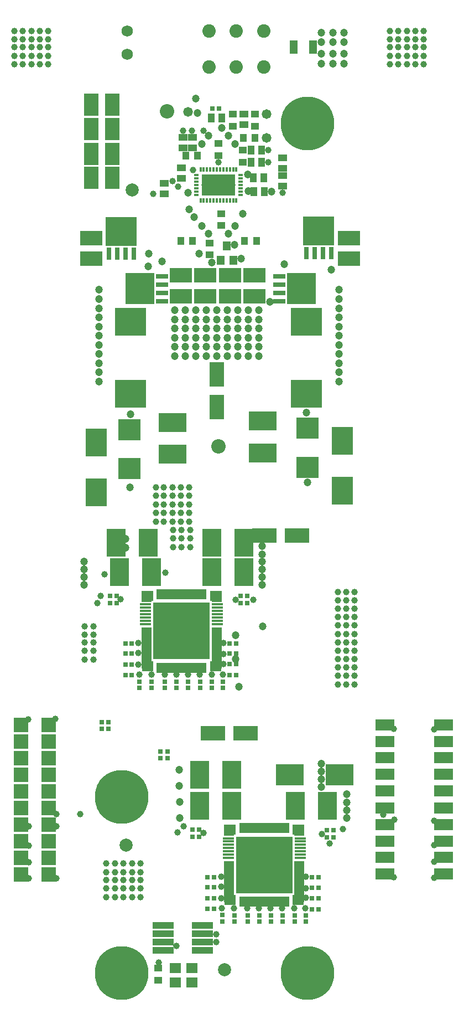
<source format=gts>
%FSLAX44Y44*%
%MOMM*%
G71*
G01*
G75*
G04 Layer_Color=8388736*
%ADD10R,1.2000X0.8000*%
%ADD11C,1.0000*%
%ADD12R,2.0000X3.5000*%
%ADD13R,3.0000X4.0000*%
%ADD14R,4.0000X2.8000*%
%ADD15R,2.8000X4.0000*%
%ADD16R,4.0000X3.0000*%
%ADD17R,0.6000X0.5000*%
%ADD18R,1.6000X1.4000*%
%ADD19R,0.9500X0.9000*%
%ADD20R,2.0000X2.0000*%
%ADD21R,2.0000X3.2000*%
%ADD22R,3.5000X2.0000*%
%ADD23R,0.5000X0.6000*%
%ADD24C,2.0000*%
%ADD25R,1.0000X1.8000*%
%ADD26R,3.0000X0.8000*%
%ADD27R,3.2000X2.0000*%
%ADD28R,2.8000X1.5000*%
%ADD29R,7.7000X1.6000*%
%ADD30R,1.7000X1.6000*%
%ADD31R,1.6000X6.3000*%
%ADD32R,1.8000X0.2900*%
%ADD33R,8.7000X8.7000*%
%ADD34R,1.6000X1.7000*%
%ADD35R,5.1500X3.1500*%
%ADD36R,0.7000X0.2900*%
%ADD37R,0.2900X0.7000*%
%ADD38R,0.8000X1.2000*%
%ADD39R,1.1000X1.2000*%
%ADD40R,0.9000X0.9500*%
%ADD41R,4.5000X4.0000*%
%ADD42R,3.2000X3.0000*%
%ADD43R,4.5000X4.2000*%
%ADD44R,0.5500X1.7000*%
%ADD45R,1.7000X0.5500*%
%ADD46R,4.2000X4.5000*%
%ADD47C,0.2540*%
%ADD48C,4.5720*%
%ADD49C,5.0000*%
%ADD50C,0.2286*%
%ADD51C,0.7620*%
%ADD52C,1.0160*%
%ADD53C,0.2032*%
%ADD54C,0.6350*%
%ADD55R,1.6000X6.7000*%
%ADD56R,12.5000X1.4000*%
%ADD57R,1.7500X7.2000*%
%ADD58R,1.6000X5.6000*%
%ADD59R,12.6000X1.3500*%
%ADD60R,1.8000X7.0750*%
%ADD61R,6.2500X6.2500*%
%ADD62C,0.8100*%
%ADD63C,1.5240*%
%ADD64C,1.8500*%
%ADD65C,8.0000*%
%ADD66C,0.8000*%
%ADD67C,1.2700*%
%ADD68C,0.7112*%
%ADD69C,1.2700*%
%ADD70C,0.0500*%
%ADD71C,0.2000*%
%ADD72C,0.1270*%
%ADD73R,1.4032X1.0032*%
%ADD74C,2.0000*%
%ADD75R,2.2032X3.7032*%
%ADD76R,3.2032X4.2032*%
%ADD77R,4.2032X3.0032*%
%ADD78R,3.0032X4.2032*%
%ADD79R,4.2032X3.2032*%
%ADD80R,0.8032X0.7032*%
%ADD81R,1.8032X1.6032*%
%ADD82R,1.1532X1.1032*%
%ADD83R,2.2032X2.2032*%
%ADD84R,2.2032X3.4032*%
%ADD85R,3.7032X2.2032*%
%ADD86R,0.7032X0.8032*%
%ADD87C,2.2032*%
%ADD88R,1.2032X2.0032*%
%ADD89R,3.2032X1.0032*%
%ADD90R,3.4032X2.2032*%
%ADD91R,3.0032X1.7032*%
%ADD92R,7.7200X1.6200*%
%ADD93R,1.7200X1.6200*%
%ADD94R,1.6200X6.3200*%
%ADD95R,1.8200X0.3100*%
%ADD96R,8.7200X8.7200*%
%ADD97R,1.6200X1.7200*%
%ADD98R,5.1900X3.1900*%
%ADD99R,0.7400X0.3300*%
%ADD100R,0.3300X0.7400*%
%ADD101R,1.0032X1.4032*%
%ADD102R,1.3032X1.4032*%
%ADD103R,1.1032X1.1532*%
%ADD104R,4.7032X4.2032*%
%ADD105R,3.4032X3.2032*%
%ADD106R,4.7032X4.4032*%
%ADD107R,0.7532X1.9032*%
%ADD108R,1.9032X0.7532*%
%ADD109R,4.4032X4.7032*%
%ADD110C,0.8300*%
%ADD111C,1.2032*%
%ADD112C,1.7272*%
%ADD113C,2.0532*%
%ADD114C,8.2032*%
%ADD115C,1.0032*%
%ADD116C,1.4732*%
D73*
X134500Y1261750D02*
D03*
Y1245750D02*
D03*
X316000Y1285000D02*
D03*
Y1301000D02*
D03*
Y1257500D02*
D03*
Y1273500D02*
D03*
X256500Y1367500D02*
D03*
Y1351500D02*
D03*
X160500Y1285500D02*
D03*
Y1269500D02*
D03*
X178000Y1332000D02*
D03*
Y1316000D02*
D03*
X163000Y1332000D02*
D03*
Y1316000D02*
D03*
D74*
X227000Y60000D02*
D03*
X76000Y250000D02*
D03*
X85000Y1252000D02*
D03*
D75*
X215000Y920000D02*
D03*
Y970000D02*
D03*
D76*
X30000Y789500D02*
D03*
Y865500D02*
D03*
X407500Y792000D02*
D03*
Y868000D02*
D03*
D77*
X285000Y850000D02*
D03*
Y899000D02*
D03*
X147500Y896500D02*
D03*
Y847500D02*
D03*
D78*
X207500Y712500D02*
D03*
X256500D02*
D03*
X207500Y667500D02*
D03*
X256500D02*
D03*
X237500Y357500D02*
D03*
X188500D02*
D03*
X237500Y310000D02*
D03*
X188500D02*
D03*
X115000Y667500D02*
D03*
X66000D02*
D03*
X335000Y310000D02*
D03*
X384000D02*
D03*
X61000Y712500D02*
D03*
X110000D02*
D03*
D79*
X327000Y357500D02*
D03*
X403000D02*
D03*
D80*
X383370Y273249D02*
D03*
X393370D02*
D03*
X383370Y262249D02*
D03*
X393370D02*
D03*
X61370Y620251D02*
D03*
X51370D02*
D03*
X61370Y631251D02*
D03*
X51370D02*
D03*
X251371Y630749D02*
D03*
X261371D02*
D03*
X251371Y619749D02*
D03*
X261371D02*
D03*
X187869Y262751D02*
D03*
X177869D02*
D03*
X187869Y273751D02*
D03*
X177869D02*
D03*
X360870Y201249D02*
D03*
X370871D02*
D03*
X360870Y185249D02*
D03*
X370871D02*
D03*
X234370Y558749D02*
D03*
X244370D02*
D03*
X234370Y542749D02*
D03*
X244370D02*
D03*
X234370Y526749D02*
D03*
X244370D02*
D03*
X234370Y509749D02*
D03*
X244370D02*
D03*
X84870Y510251D02*
D03*
X74869D02*
D03*
X84870Y526251D02*
D03*
X74869D02*
D03*
X84870Y543251D02*
D03*
X74869D02*
D03*
X84870Y558251D02*
D03*
X74869D02*
D03*
X218500Y1376500D02*
D03*
X208500D02*
D03*
X210924Y201000D02*
D03*
X200924D02*
D03*
X210924Y186000D02*
D03*
X200924D02*
D03*
X210924Y169000D02*
D03*
X200924D02*
D03*
X210924Y153000D02*
D03*
X200924D02*
D03*
X360870Y152249D02*
D03*
X370871D02*
D03*
X360870Y169249D02*
D03*
X370871D02*
D03*
D81*
X151497Y40499D02*
D03*
X176497D02*
D03*
Y62499D02*
D03*
X151497D02*
D03*
D82*
X125500Y62000D02*
D03*
Y44000D02*
D03*
X221500Y1197500D02*
D03*
Y1215500D02*
D03*
X273500Y1349500D02*
D03*
Y1367500D02*
D03*
X239500D02*
D03*
Y1349500D02*
D03*
X254500Y1294500D02*
D03*
Y1312500D02*
D03*
X217500Y1322500D02*
D03*
Y1304500D02*
D03*
X203750Y1152500D02*
D03*
Y1170500D02*
D03*
D83*
X-42400Y205700D02*
D03*
Y231100D02*
D03*
Y256500D02*
D03*
Y281900D02*
D03*
Y307300D02*
D03*
Y332700D02*
D03*
Y358100D02*
D03*
Y383500D02*
D03*
Y408900D02*
D03*
Y434300D02*
D03*
X-84900D02*
D03*
Y408900D02*
D03*
Y383500D02*
D03*
Y358100D02*
D03*
Y332700D02*
D03*
Y307300D02*
D03*
Y281900D02*
D03*
Y256500D02*
D03*
Y231100D02*
D03*
Y205700D02*
D03*
D84*
X55000Y1270000D02*
D03*
X23000D02*
D03*
X55000Y1307000D02*
D03*
X23000D02*
D03*
X55000Y1344711D02*
D03*
X23000D02*
D03*
X55000Y1382000D02*
D03*
X23000D02*
D03*
D85*
X337500Y723750D02*
D03*
X287500D02*
D03*
X259000Y421000D02*
D03*
X209000D02*
D03*
D86*
X189129Y500249D02*
D03*
Y490249D02*
D03*
X207129Y500249D02*
D03*
Y490249D02*
D03*
X224129Y500249D02*
D03*
Y490249D02*
D03*
X153369Y500249D02*
D03*
Y490249D02*
D03*
X135369Y500249D02*
D03*
Y490249D02*
D03*
X115369Y500249D02*
D03*
Y490249D02*
D03*
X96369Y500249D02*
D03*
Y490249D02*
D03*
X171129Y500249D02*
D03*
Y490249D02*
D03*
X128750Y383000D02*
D03*
Y393000D02*
D03*
X139500Y383000D02*
D03*
Y393000D02*
D03*
X49250Y438000D02*
D03*
Y428000D02*
D03*
X38750Y438000D02*
D03*
Y428000D02*
D03*
X223120Y143424D02*
D03*
Y133424D02*
D03*
X242240Y142924D02*
D03*
Y132924D02*
D03*
X262240Y142924D02*
D03*
Y132924D02*
D03*
X280240Y142924D02*
D03*
Y132924D02*
D03*
X298000Y142924D02*
D03*
Y132924D02*
D03*
X316000Y142924D02*
D03*
Y132924D02*
D03*
X334000Y142924D02*
D03*
Y132924D02*
D03*
X351000Y142924D02*
D03*
Y132924D02*
D03*
D87*
X139000Y1372000D02*
D03*
X217500Y860000D02*
D03*
D88*
X362500Y1470000D02*
D03*
X332500D02*
D03*
D89*
X133000Y88950D02*
D03*
Y127050D02*
D03*
Y101650D02*
D03*
Y114350D02*
D03*
X193000D02*
D03*
Y101650D02*
D03*
Y127050D02*
D03*
Y88950D02*
D03*
D90*
X22500Y1178500D02*
D03*
Y1146500D02*
D03*
X417500Y1178500D02*
D03*
Y1146500D02*
D03*
X272500Y1121000D02*
D03*
Y1089000D02*
D03*
X235000Y1121000D02*
D03*
Y1089000D02*
D03*
X197500Y1121000D02*
D03*
Y1089000D02*
D03*
X160000Y1121000D02*
D03*
Y1089000D02*
D03*
D91*
X472000Y206000D02*
D03*
Y231200D02*
D03*
Y256400D02*
D03*
Y281600D02*
D03*
Y306800D02*
D03*
Y333200D02*
D03*
Y434000D02*
D03*
Y383600D02*
D03*
Y358400D02*
D03*
Y408800D02*
D03*
X562000Y231200D02*
D03*
Y281600D02*
D03*
Y256400D02*
D03*
Y206000D02*
D03*
Y306800D02*
D03*
Y333200D02*
D03*
Y358400D02*
D03*
Y383600D02*
D03*
Y408800D02*
D03*
Y434000D02*
D03*
D92*
X287500Y276000D02*
D03*
Y164000D02*
D03*
X161000Y633500D02*
D03*
Y521500D02*
D03*
D93*
X235500Y274000D02*
D03*
X339500D02*
D03*
Y166000D02*
D03*
X235500D02*
D03*
X109000Y631500D02*
D03*
X213000D02*
D03*
Y523500D02*
D03*
X109000D02*
D03*
D94*
X233500Y194000D02*
D03*
X341500D02*
D03*
X107000Y551500D02*
D03*
X215000D02*
D03*
D95*
X232500Y230750D02*
D03*
Y260750D02*
D03*
Y255750D02*
D03*
Y250750D02*
D03*
Y245750D02*
D03*
Y240750D02*
D03*
Y235750D02*
D03*
X342500D02*
D03*
Y240750D02*
D03*
Y245750D02*
D03*
Y250750D02*
D03*
Y255750D02*
D03*
Y260750D02*
D03*
Y230750D02*
D03*
X106000Y588250D02*
D03*
Y618250D02*
D03*
Y613250D02*
D03*
Y608250D02*
D03*
Y603250D02*
D03*
Y598250D02*
D03*
Y593250D02*
D03*
X216000D02*
D03*
Y598250D02*
D03*
Y603250D02*
D03*
Y608250D02*
D03*
Y613250D02*
D03*
Y618250D02*
D03*
Y588250D02*
D03*
D96*
X287500Y220000D02*
D03*
X161000Y577500D02*
D03*
D97*
X233500Y273000D02*
D03*
X341500D02*
D03*
X107000Y630500D02*
D03*
X215000D02*
D03*
D98*
X217500Y1259500D02*
D03*
D99*
X251500Y1274500D02*
D03*
Y1269500D02*
D03*
Y1264500D02*
D03*
Y1259500D02*
D03*
Y1254500D02*
D03*
Y1249500D02*
D03*
Y1244500D02*
D03*
X183500Y1274500D02*
D03*
Y1269500D02*
D03*
Y1264500D02*
D03*
Y1259500D02*
D03*
Y1254500D02*
D03*
Y1249500D02*
D03*
Y1244500D02*
D03*
D100*
X190000Y1283500D02*
D03*
X195000D02*
D03*
X200000D02*
D03*
X205000D02*
D03*
X210000D02*
D03*
X215000D02*
D03*
X220000D02*
D03*
X225000D02*
D03*
X230000D02*
D03*
X235000D02*
D03*
X240000D02*
D03*
X245000D02*
D03*
Y1235500D02*
D03*
X240000D02*
D03*
X235000D02*
D03*
X230000D02*
D03*
X225000D02*
D03*
X220000D02*
D03*
X215000D02*
D03*
X210000D02*
D03*
X205000D02*
D03*
X200000D02*
D03*
X195000D02*
D03*
X190000D02*
D03*
D101*
X222500Y1361500D02*
D03*
X206500D02*
D03*
X283500Y1312500D02*
D03*
X267500D02*
D03*
X283500Y1294500D02*
D03*
X267500D02*
D03*
X288000Y1249000D02*
D03*
X272000D02*
D03*
X286500Y1270500D02*
D03*
X270500D02*
D03*
D102*
X230500Y1166500D02*
D03*
X220500Y1144500D02*
D03*
X240500D02*
D03*
D103*
X167500Y1304500D02*
D03*
X185500D02*
D03*
X177500Y1173500D02*
D03*
X159500D02*
D03*
X275500D02*
D03*
X257500D02*
D03*
X255500Y1331500D02*
D03*
X273500D02*
D03*
D104*
X352500Y940000D02*
D03*
Y1050000D02*
D03*
X82500Y940000D02*
D03*
Y1050000D02*
D03*
D105*
X354000Y888000D02*
D03*
Y828000D02*
D03*
X81500Y885500D02*
D03*
Y825500D02*
D03*
D106*
X371000Y1189500D02*
D03*
D03*
D03*
D03*
X68500Y1188500D02*
D03*
D03*
D03*
D03*
D107*
X351950Y1155640D02*
D03*
X364650D02*
D03*
X377350D02*
D03*
X390050D02*
D03*
X49450Y1154640D02*
D03*
X62150D02*
D03*
X74850D02*
D03*
X87550D02*
D03*
D108*
X310640Y1081950D02*
D03*
Y1094650D02*
D03*
Y1107350D02*
D03*
Y1120050D02*
D03*
X131360Y1120050D02*
D03*
Y1107350D02*
D03*
Y1094650D02*
D03*
Y1081950D02*
D03*
D109*
X344500Y1101000D02*
D03*
D03*
D03*
D03*
X97500Y1101000D02*
D03*
D03*
D03*
D03*
D110*
X251500Y238000D02*
D03*
Y256000D02*
D03*
X260500Y229000D02*
D03*
Y247000D02*
D03*
X269500Y238000D02*
D03*
Y256000D02*
D03*
X278500Y229000D02*
D03*
Y247000D02*
D03*
X287500Y238000D02*
D03*
Y256000D02*
D03*
X251500Y184000D02*
D03*
X269500D02*
D03*
X260500Y193000D02*
D03*
X278500D02*
D03*
X251500Y202000D02*
D03*
X269500D02*
D03*
X260500Y211000D02*
D03*
X278500D02*
D03*
X251500Y220000D02*
D03*
X269500D02*
D03*
X305500Y184000D02*
D03*
X323500D02*
D03*
X296500Y193000D02*
D03*
X314500D02*
D03*
X305500Y202000D02*
D03*
X323500D02*
D03*
X296500Y211000D02*
D03*
X314500D02*
D03*
X305500Y256000D02*
D03*
X323500D02*
D03*
X296500Y247000D02*
D03*
X314500D02*
D03*
X305500Y238000D02*
D03*
X323500D02*
D03*
X296500Y229000D02*
D03*
X314500D02*
D03*
X287500Y184000D02*
D03*
X323500Y220000D02*
D03*
X287500Y202000D02*
D03*
X305500Y220000D02*
D03*
X287500D02*
D03*
X125000Y595500D02*
D03*
Y613500D02*
D03*
X134000Y586500D02*
D03*
Y604500D02*
D03*
X143000Y595500D02*
D03*
Y613500D02*
D03*
X152000Y586500D02*
D03*
Y604500D02*
D03*
X161000Y595500D02*
D03*
Y613500D02*
D03*
X125000Y541500D02*
D03*
X143000D02*
D03*
X134000Y550500D02*
D03*
X152000D02*
D03*
X125000Y559500D02*
D03*
X143000D02*
D03*
X134000Y568500D02*
D03*
X152000D02*
D03*
X125000Y577500D02*
D03*
X143000D02*
D03*
X179000Y541500D02*
D03*
X197000D02*
D03*
X170000Y550500D02*
D03*
X188000D02*
D03*
X179000Y559500D02*
D03*
X197000D02*
D03*
X170000Y568500D02*
D03*
X188000D02*
D03*
X179000Y613500D02*
D03*
X197000D02*
D03*
X170000Y604500D02*
D03*
X188000D02*
D03*
X179000Y595500D02*
D03*
X197000D02*
D03*
X170000Y586500D02*
D03*
X188000D02*
D03*
X161000Y541500D02*
D03*
X197000Y577500D02*
D03*
X161000Y559500D02*
D03*
X179000Y577500D02*
D03*
X161000D02*
D03*
D111*
X227500Y1249500D02*
D03*
Y1269500D02*
D03*
X207500D02*
D03*
Y1249500D02*
D03*
X197500Y1259500D02*
D03*
X217500D02*
D03*
X237500D02*
D03*
X285000Y585000D02*
D03*
X284000Y672000D02*
D03*
Y660000D02*
D03*
Y684000D02*
D03*
Y648000D02*
D03*
Y707000D02*
D03*
Y695000D02*
D03*
X75000Y705000D02*
D03*
Y718000D02*
D03*
X12000Y672000D02*
D03*
Y660000D02*
D03*
Y684000D02*
D03*
Y648000D02*
D03*
X375000Y351000D02*
D03*
Y375000D02*
D03*
Y339000D02*
D03*
X414250Y303750D02*
D03*
Y327750D02*
D03*
Y291750D02*
D03*
X158000Y316000D02*
D03*
Y292000D02*
D03*
X157000Y341000D02*
D03*
Y365000D02*
D03*
X35000Y1099000D02*
D03*
Y1085000D02*
D03*
Y1071000D02*
D03*
Y1057000D02*
D03*
Y1043000D02*
D03*
X402000Y1099000D02*
D03*
Y1085000D02*
D03*
Y1071000D02*
D03*
Y1057000D02*
D03*
Y1043000D02*
D03*
X35000Y973000D02*
D03*
Y959000D02*
D03*
Y987000D02*
D03*
Y1001000D02*
D03*
Y1015000D02*
D03*
Y1029000D02*
D03*
X402000Y973000D02*
D03*
Y959000D02*
D03*
Y987000D02*
D03*
Y1001000D02*
D03*
Y1015000D02*
D03*
Y1029000D02*
D03*
X263000Y1068000D02*
D03*
Y1054000D02*
D03*
Y1040000D02*
D03*
Y1026000D02*
D03*
Y998000D02*
D03*
Y1012000D02*
D03*
X279000Y1068000D02*
D03*
Y1054000D02*
D03*
Y1040000D02*
D03*
Y1026000D02*
D03*
Y998000D02*
D03*
Y1012000D02*
D03*
X151000Y1068000D02*
D03*
Y1054000D02*
D03*
Y1040000D02*
D03*
Y1026000D02*
D03*
Y998000D02*
D03*
Y1012000D02*
D03*
X167000Y1068000D02*
D03*
Y1054000D02*
D03*
Y1040000D02*
D03*
Y1026000D02*
D03*
Y998000D02*
D03*
Y1012000D02*
D03*
X183000Y1068000D02*
D03*
Y1054000D02*
D03*
Y1040000D02*
D03*
Y1026000D02*
D03*
Y998000D02*
D03*
Y1012000D02*
D03*
X199000Y1068000D02*
D03*
Y1054000D02*
D03*
Y1040000D02*
D03*
Y1026000D02*
D03*
Y998000D02*
D03*
Y1012000D02*
D03*
X247000D02*
D03*
Y998000D02*
D03*
Y1026000D02*
D03*
Y1040000D02*
D03*
Y1054000D02*
D03*
Y1068000D02*
D03*
X231000Y1012000D02*
D03*
Y998000D02*
D03*
Y1026000D02*
D03*
Y1040000D02*
D03*
Y1054000D02*
D03*
Y1068000D02*
D03*
X215000D02*
D03*
Y1054000D02*
D03*
Y1040000D02*
D03*
Y1026000D02*
D03*
Y998000D02*
D03*
Y1012000D02*
D03*
X82000Y797500D02*
D03*
X180000Y1210000D02*
D03*
X255000Y1215000D02*
D03*
X375000Y1492500D02*
D03*
Y1477500D02*
D03*
Y1445000D02*
D03*
Y1460000D02*
D03*
X392500Y1492500D02*
D03*
Y1477500D02*
D03*
Y1445000D02*
D03*
Y1460000D02*
D03*
X410000D02*
D03*
Y1445000D02*
D03*
Y1477500D02*
D03*
Y1492500D02*
D03*
X263500Y1250500D02*
D03*
X172500Y1222000D02*
D03*
X242500Y1197000D02*
D03*
X192500D02*
D03*
X232500Y1184500D02*
D03*
X202500D02*
D03*
X192500Y1322000D02*
D03*
X202500Y1334500D02*
D03*
X242500Y1322000D02*
D03*
X232500Y1334500D02*
D03*
X222500Y1347000D02*
D03*
X262500Y1275500D02*
D03*
X170500Y1247500D02*
D03*
X242000Y1168000D02*
D03*
X296000Y1081000D02*
D03*
X390050Y1129450D02*
D03*
X131360Y1142140D02*
D03*
X110640Y1154640D02*
D03*
X82500Y909000D02*
D03*
X352500Y911500D02*
D03*
X353500Y804500D02*
D03*
X187500Y1154500D02*
D03*
X185000Y1369500D02*
D03*
X183000Y1391560D02*
D03*
X249000Y492000D02*
D03*
X244000Y571000D02*
D03*
Y535000D02*
D03*
X109770Y1135000D02*
D03*
X318395Y1138000D02*
D03*
X414250Y315750D02*
D03*
X252000Y1147000D02*
D03*
X298560Y1249500D02*
D03*
X375000Y363000D02*
D03*
X207250Y1141000D02*
D03*
D112*
X78000Y1494500D02*
D03*
Y1459500D02*
D03*
D113*
X245000Y1440000D02*
D03*
Y1495000D02*
D03*
X203000Y1440000D02*
D03*
X287000Y1495000D02*
D03*
Y1440000D02*
D03*
X203000Y1495000D02*
D03*
D114*
X354000Y55000D02*
D03*
X69000D02*
D03*
Y324000D02*
D03*
X354000Y1353000D02*
D03*
D115*
X118000Y1245750D02*
D03*
X178500Y1282250D02*
D03*
X147500Y1265500D02*
D03*
X6000Y298000D02*
D03*
X-31000D02*
D03*
X-73000Y279000D02*
D03*
X-31000D02*
D03*
Y199000D02*
D03*
X-73000Y249000D02*
D03*
Y224000D02*
D03*
Y199000D02*
D03*
X-32000Y443000D02*
D03*
X-74000Y442000D02*
D03*
X98000Y209000D02*
D03*
Y222000D02*
D03*
Y184000D02*
D03*
Y197000D02*
D03*
Y171000D02*
D03*
X85000Y209000D02*
D03*
Y222000D02*
D03*
Y184000D02*
D03*
Y197000D02*
D03*
Y171000D02*
D03*
X72000Y209000D02*
D03*
Y222000D02*
D03*
Y184000D02*
D03*
Y197000D02*
D03*
Y171000D02*
D03*
X59000Y209000D02*
D03*
Y222000D02*
D03*
Y184000D02*
D03*
Y197000D02*
D03*
Y171000D02*
D03*
X46000D02*
D03*
Y197000D02*
D03*
Y184000D02*
D03*
Y222000D02*
D03*
Y209000D02*
D03*
X-43000Y1482000D02*
D03*
Y1495000D02*
D03*
Y1457000D02*
D03*
Y1470000D02*
D03*
Y1444000D02*
D03*
X-56000Y1482000D02*
D03*
Y1495000D02*
D03*
Y1457000D02*
D03*
Y1470000D02*
D03*
Y1444000D02*
D03*
X-69000Y1482000D02*
D03*
Y1495000D02*
D03*
Y1457000D02*
D03*
Y1470000D02*
D03*
Y1444000D02*
D03*
X-82000Y1482000D02*
D03*
Y1495000D02*
D03*
Y1457000D02*
D03*
Y1470000D02*
D03*
Y1444000D02*
D03*
X-95000D02*
D03*
Y1470000D02*
D03*
Y1457000D02*
D03*
Y1495000D02*
D03*
Y1482000D02*
D03*
X532000D02*
D03*
Y1495000D02*
D03*
Y1457000D02*
D03*
Y1470000D02*
D03*
Y1444000D02*
D03*
X519000Y1482000D02*
D03*
Y1495000D02*
D03*
Y1457000D02*
D03*
Y1470000D02*
D03*
Y1444000D02*
D03*
X506000Y1482000D02*
D03*
Y1495000D02*
D03*
Y1457000D02*
D03*
Y1470000D02*
D03*
Y1444000D02*
D03*
X493000Y1482000D02*
D03*
Y1495000D02*
D03*
Y1457000D02*
D03*
Y1470000D02*
D03*
Y1444000D02*
D03*
X480000D02*
D03*
Y1470000D02*
D03*
Y1457000D02*
D03*
Y1495000D02*
D03*
Y1482000D02*
D03*
X548000Y427000D02*
D03*
X486000Y428000D02*
D03*
X487000Y289000D02*
D03*
X548000Y287000D02*
D03*
Y250000D02*
D03*
Y225000D02*
D03*
Y200000D02*
D03*
X486000Y201000D02*
D03*
X174000Y706000D02*
D03*
Y719000D02*
D03*
Y732000D02*
D03*
X161000Y706000D02*
D03*
Y719000D02*
D03*
Y732000D02*
D03*
X148000Y706000D02*
D03*
Y719000D02*
D03*
Y732000D02*
D03*
X400000Y573000D02*
D03*
Y586000D02*
D03*
Y612000D02*
D03*
Y599000D02*
D03*
Y637000D02*
D03*
Y624000D02*
D03*
Y547000D02*
D03*
Y560000D02*
D03*
Y522000D02*
D03*
Y535000D02*
D03*
Y509000D02*
D03*
Y496000D02*
D03*
X413000Y573000D02*
D03*
Y586000D02*
D03*
Y612000D02*
D03*
Y599000D02*
D03*
Y637000D02*
D03*
Y624000D02*
D03*
Y547000D02*
D03*
Y560000D02*
D03*
Y522000D02*
D03*
Y535000D02*
D03*
Y509000D02*
D03*
Y496000D02*
D03*
X426000Y573000D02*
D03*
Y586000D02*
D03*
Y612000D02*
D03*
Y599000D02*
D03*
Y637000D02*
D03*
Y624000D02*
D03*
Y547000D02*
D03*
Y560000D02*
D03*
Y522000D02*
D03*
Y535000D02*
D03*
Y509000D02*
D03*
Y496000D02*
D03*
X122000Y745000D02*
D03*
X147000D02*
D03*
X134000D02*
D03*
X173000D02*
D03*
X160000D02*
D03*
X122000Y758000D02*
D03*
X147000D02*
D03*
X134000D02*
D03*
X173000D02*
D03*
X160000D02*
D03*
X122000Y771000D02*
D03*
X147000D02*
D03*
X134000D02*
D03*
X173000D02*
D03*
X160000D02*
D03*
X122000Y784000D02*
D03*
X147000D02*
D03*
X134000D02*
D03*
X173000D02*
D03*
X160000D02*
D03*
Y797000D02*
D03*
X173000D02*
D03*
X134000D02*
D03*
X147000D02*
D03*
X122000D02*
D03*
X470000Y297000D02*
D03*
X214000Y102000D02*
D03*
Y114000D02*
D03*
X388000Y253000D02*
D03*
X194357Y1342643D02*
D03*
X126000Y71000D02*
D03*
X153000Y96000D02*
D03*
X32000Y620000D02*
D03*
X155000Y270000D02*
D03*
X221500Y201500D02*
D03*
Y186500D02*
D03*
Y168500D02*
D03*
X241500Y153500D02*
D03*
X261500D02*
D03*
X351500Y169500D02*
D03*
Y201500D02*
D03*
X333500Y153500D02*
D03*
X350500D02*
D03*
X351500Y184500D02*
D03*
X279500Y153500D02*
D03*
X297260Y153500D02*
D03*
X315260D02*
D03*
X222500Y153500D02*
D03*
X96000Y511000D02*
D03*
X188760Y511000D02*
D03*
X170760D02*
D03*
X153000Y511000D02*
D03*
X225000Y542000D02*
D03*
X224000Y511000D02*
D03*
X207000D02*
D03*
X316000Y1247250D02*
D03*
X195000Y269000D02*
D03*
X164000Y279000D02*
D03*
X375502Y267500D02*
D03*
X408000Y275000D02*
D03*
X225000Y559000D02*
D03*
Y527000D02*
D03*
X135000Y511000D02*
D03*
X115000D02*
D03*
X95000Y526000D02*
D03*
Y544000D02*
D03*
Y559000D02*
D03*
X68000Y626000D02*
D03*
X37000Y631000D02*
D03*
X243503Y625000D02*
D03*
X271000Y625000D02*
D03*
X217500Y1294500D02*
D03*
X155500Y1256500D02*
D03*
X13000Y572000D02*
D03*
Y585000D02*
D03*
Y547000D02*
D03*
Y560000D02*
D03*
Y534000D02*
D03*
X26000D02*
D03*
Y560000D02*
D03*
Y547000D02*
D03*
Y585000D02*
D03*
Y572000D02*
D03*
X293617Y1294500D02*
D03*
X293500Y1312500D02*
D03*
X163000Y1342000D02*
D03*
X177000D02*
D03*
X136500Y667000D02*
D03*
X43000Y664000D02*
D03*
D116*
X291000Y1331500D02*
D03*
Y1367500D02*
D03*
X171000Y1371500D02*
D03*
M02*

</source>
